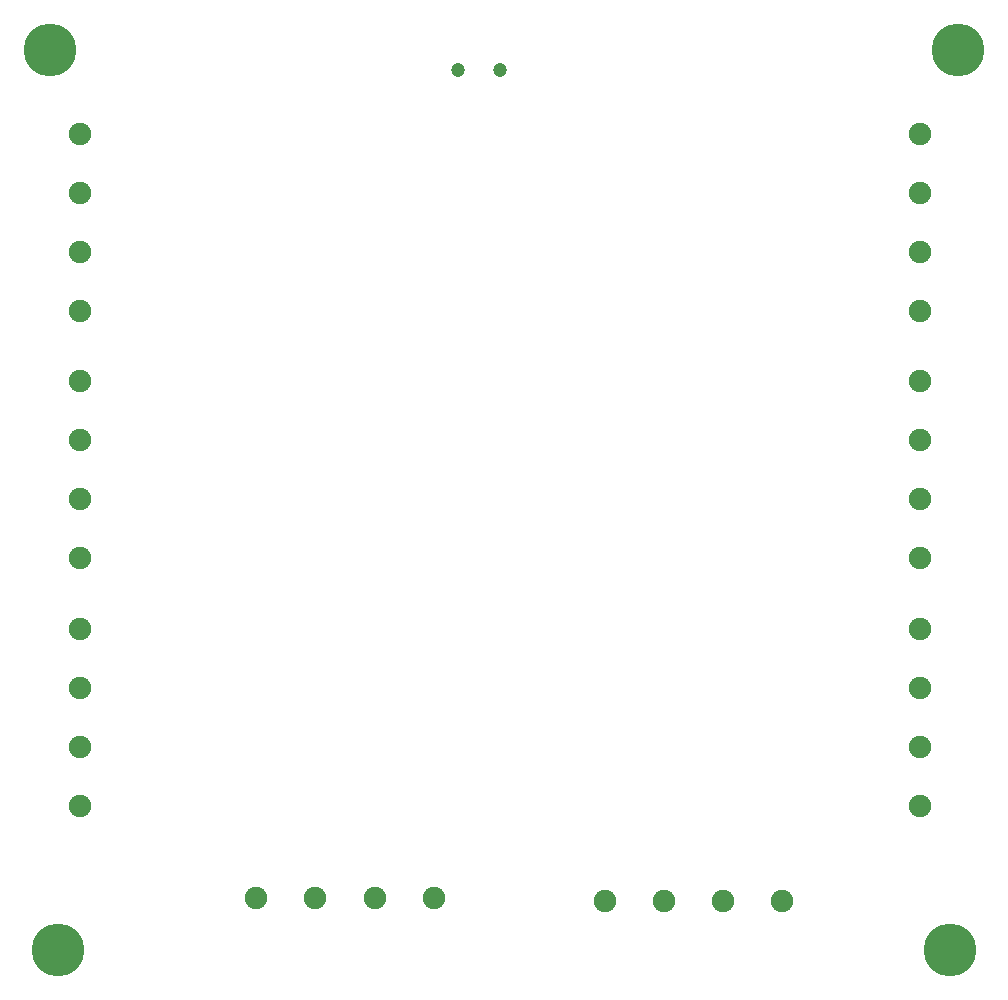
<source format=gbs>
G04 (created by PCBNEW (2013-jul-07)-stable) date Tue 19 May 2015 11:36:52 PM EDT*
%MOIN*%
G04 Gerber Fmt 3.4, Leading zero omitted, Abs format*
%FSLAX34Y34*%
G01*
G70*
G90*
G04 APERTURE LIST*
%ADD10C,0.00590551*%
%ADD11C,0.0472*%
%ADD12C,0.0748031*%
%ADD13C,0.176*%
G04 APERTURE END LIST*
G54D10*
G54D11*
X67724Y-43926D03*
X66346Y-43926D03*
G54D12*
X81750Y-60202D03*
X81750Y-58234D03*
X81750Y-56265D03*
X81750Y-54297D03*
X81750Y-51952D03*
X81750Y-49984D03*
X81750Y-48015D03*
X81750Y-46047D03*
X81750Y-68452D03*
X81750Y-66484D03*
X81750Y-64515D03*
X81750Y-62547D03*
X59618Y-71539D03*
X61586Y-71539D03*
X63555Y-71539D03*
X65523Y-71539D03*
X53750Y-46047D03*
X53750Y-48015D03*
X53750Y-49984D03*
X53750Y-51952D03*
X53750Y-54297D03*
X53750Y-56265D03*
X53750Y-58234D03*
X53750Y-60202D03*
X53750Y-62547D03*
X53750Y-64515D03*
X53750Y-66484D03*
X53750Y-68452D03*
X71237Y-71616D03*
X73205Y-71616D03*
X75174Y-71616D03*
X77142Y-71616D03*
G54D13*
X82750Y-73250D03*
X53000Y-73250D03*
X52750Y-43250D03*
X83000Y-43250D03*
M02*

</source>
